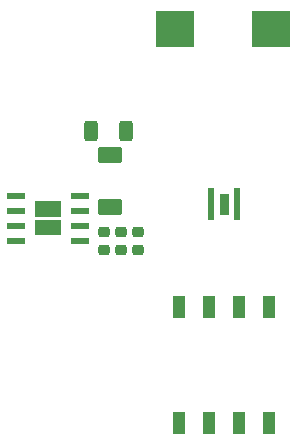
<source format=gtp>
G04 #@! TF.GenerationSoftware,KiCad,Pcbnew,7.0.8-7.0.8~ubuntu22.04.1*
G04 #@! TF.CreationDate,2023-11-29T13:04:59-08:00*
G04 #@! TF.ProjectId,30 mm Cage Plate LED MCPCB,3330206d-6d20-4436-9167-6520506c6174,rev?*
G04 #@! TF.SameCoordinates,Original*
G04 #@! TF.FileFunction,Paste,Top*
G04 #@! TF.FilePolarity,Positive*
%FSLAX46Y46*%
G04 Gerber Fmt 4.6, Leading zero omitted, Abs format (unit mm)*
G04 Created by KiCad (PCBNEW 7.0.8-7.0.8~ubuntu22.04.1) date 2023-11-29 13:04:59*
%MOMM*%
%LPD*%
G01*
G04 APERTURE LIST*
G04 Aperture macros list*
%AMRoundRect*
0 Rectangle with rounded corners*
0 $1 Rounding radius*
0 $2 $3 $4 $5 $6 $7 $8 $9 X,Y pos of 4 corners*
0 Add a 4 corners polygon primitive as box body*
4,1,4,$2,$3,$4,$5,$6,$7,$8,$9,$2,$3,0*
0 Add four circle primitives for the rounded corners*
1,1,$1+$1,$2,$3*
1,1,$1+$1,$4,$5*
1,1,$1+$1,$6,$7*
1,1,$1+$1,$8,$9*
0 Add four rect primitives between the rounded corners*
20,1,$1+$1,$2,$3,$4,$5,0*
20,1,$1+$1,$4,$5,$6,$7,0*
20,1,$1+$1,$6,$7,$8,$9,0*
20,1,$1+$1,$8,$9,$2,$3,0*%
G04 Aperture macros list end*
%ADD10C,0.010000*%
%ADD11RoundRect,0.250000X-0.312500X-0.625000X0.312500X-0.625000X0.312500X0.625000X-0.312500X0.625000X0*%
%ADD12R,1.020000X1.905000*%
%ADD13R,0.500000X2.700000*%
%ADD14RoundRect,0.225000X0.250000X-0.225000X0.250000X0.225000X-0.250000X0.225000X-0.250000X-0.225000X0*%
%ADD15R,1.498600X0.558800*%
%ADD16R,3.302000X3.098800*%
%ADD17RoundRect,0.250000X0.800000X-0.450000X0.800000X0.450000X-0.800000X0.450000X-0.800000X-0.450000X0*%
G04 APERTURE END LIST*
D10*
X120316200Y-80863500D02*
X119683800Y-80863500D01*
X119683800Y-79156500D01*
X120316200Y-79156500D01*
X120316200Y-80863500D01*
G36*
X120316200Y-80863500D02*
G01*
X119683800Y-80863500D01*
X119683800Y-79156500D01*
X120316200Y-79156500D01*
X120316200Y-80863500D01*
G37*
G36*
X106206500Y-81125050D02*
G01*
X103993500Y-81125050D01*
X103993500Y-79788350D01*
X106206500Y-79788350D01*
X106206500Y-81125050D01*
G37*
G36*
X106206500Y-82661750D02*
G01*
X103993500Y-82661750D01*
X103993500Y-81325050D01*
X106206500Y-81325050D01*
X106206500Y-82661750D01*
G37*
D11*
X108777500Y-73824950D03*
X111702500Y-73824950D03*
D12*
X123820000Y-98562500D03*
X123820000Y-88737500D03*
X121280000Y-98562500D03*
X121280000Y-88737500D03*
X118740000Y-98562500D03*
X118740000Y-88737500D03*
X116200000Y-98562500D03*
X116200000Y-88737500D03*
D13*
X118900000Y-80010000D03*
X121100000Y-80010000D03*
D14*
X111300000Y-83910000D03*
X111300000Y-82360000D03*
X112770000Y-83920000D03*
X112770000Y-82370000D03*
D15*
X102394900Y-79320050D03*
X102394900Y-80590050D03*
X102394900Y-81860050D03*
X102394900Y-83130050D03*
X107805100Y-83130050D03*
X107805100Y-81860050D03*
X107805100Y-80590050D03*
X107805100Y-79320050D03*
D14*
X109830000Y-83910050D03*
X109830000Y-82360050D03*
D16*
X124028999Y-65150000D03*
X115831001Y-65150000D03*
D17*
X110335100Y-80300050D03*
X110335100Y-75900050D03*
M02*

</source>
